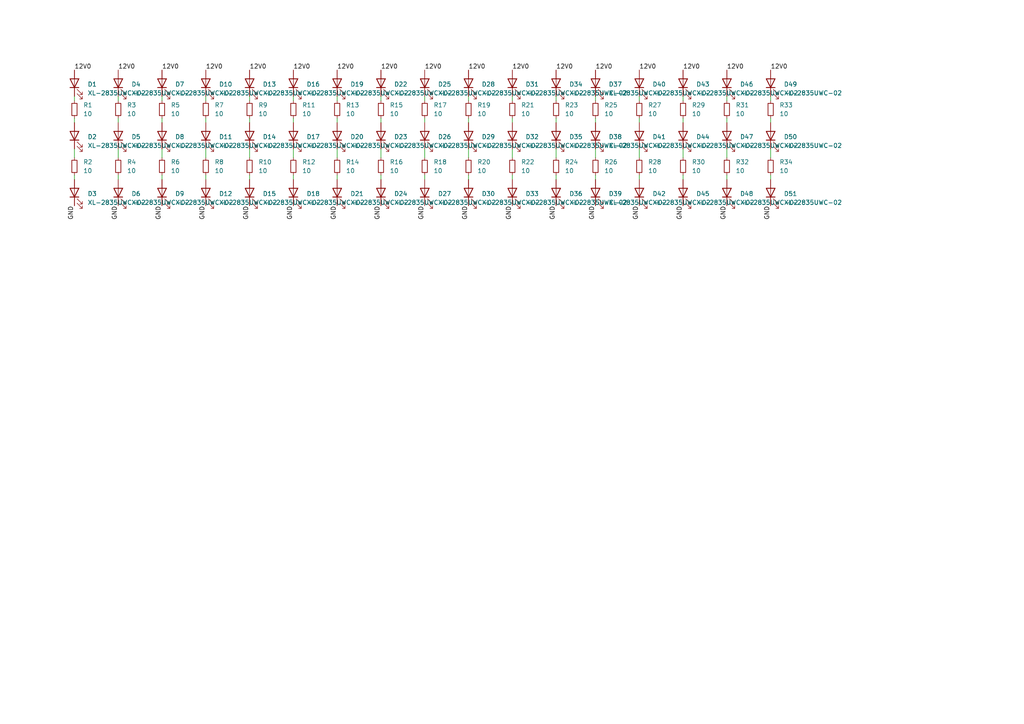
<source format=kicad_sch>
(kicad_sch (version 20211123) (generator eeschema)
  (paper "A4")
  (lib_symbols
    (symbol "Device:LED" (pin_numbers hide) (pin_names (offset 1.016) hide)
      (property "Reference" "D" (at 0 2.54 0))
      (property "Value" "LED" (at 0 -2.54 0))
      (symbol "LED_0_1"
        (polyline (pts (xy -1.27 -1.27) (xy -1.27 1.27)) (stroke (width 0.254)))
        (polyline (pts (xy -1.27 0) (xy 1.27 0)))
        (polyline (pts (xy 1.27 -1.27) (xy 1.27 1.27) (xy -1.27 0) (xy 1.27 -1.27)) (stroke (width 0.254)))
        (polyline (pts (xy -3.048 -0.762) (xy -4.572 -2.286) (xy -3.81 -2.286) (xy -4.572 -2.286) (xy -4.572 -1.524)))
        (polyline (pts (xy -1.778 -0.762) (xy -3.302 -2.286) (xy -2.54 -2.286) (xy -3.302 -2.286) (xy -3.302 -1.524)))
      )
      (symbol "LED_1_1"
        (pin passive line (at -3.81 0 0) (length 2.54) (name "K") (number "1"))
        (pin passive line (at 3.81 0 180) (length 2.54) (name "A") (number "2"))
      )
    )
    (symbol "Device:R_Small" (pin_numbers hide) (pin_names (offset 0.254) hide)
      (property "Reference" "R" (at 0.762 0.508 0))
      (property "Value" "R_Small" (at 0.762 -1.016 0))
      (symbol "R_Small_0_1"
        (rectangle (start -0.762 1.778) (end 0.762 -1.778) (stroke (width 0.2032)))
      )
      (symbol "R_Small_1_1"
        (pin passive line (at 0 2.54 270) (length 0.762) (name "~") (number "1"))
        (pin passive line (at 0 -2.54 90) (length 0.762) (name "~") (number "2"))
      )
    )
  )
  (wire (pts (xy 135.89 52.07) (xy 135.89 50.8)))
  (wire (pts (xy 34.29 27.94) (xy 34.29 29.21)))
  (wire (pts (xy 110.49 27.94) (xy 110.49 29.21)))
  (wire (pts (xy 185.42 35.56) (xy 185.42 34.29)))
  (wire (pts (xy 59.69 27.94) (xy 59.69 29.21)))
  (wire (pts (xy 110.49 43.18) (xy 110.49 45.72)))
  (wire (pts (xy 34.29 43.18) (xy 34.29 45.72)))
  (wire (pts (xy 223.52 27.94) (xy 223.52 29.21)))
  (wire (pts (xy 72.39 35.56) (xy 72.39 34.29)))
  (wire (pts (xy 97.79 43.18) (xy 97.79 45.72)))
  (wire (pts (xy 185.42 27.94) (xy 185.42 29.21)))
  (wire (pts (xy 123.19 35.56) (xy 123.19 34.29)))
  (wire (pts (xy 97.79 52.07) (xy 97.79 50.8)))
  (wire (pts (xy 59.69 52.07) (xy 59.69 50.8)))
  (wire (pts (xy 161.29 43.18) (xy 161.29 45.72)))
  (wire (pts (xy 198.12 52.07) (xy 198.12 50.8)))
  (wire (pts (xy 72.39 27.94) (xy 72.39 29.21)))
  (wire (pts (xy 85.09 35.56) (xy 85.09 34.29)))
  (wire (pts (xy 123.19 27.94) (xy 123.19 29.21)))
  (wire (pts (xy 135.89 43.18) (xy 135.89 45.72)))
  (wire (pts (xy 46.99 27.94) (xy 46.99 29.21)))
  (wire (pts (xy 21.59 43.18) (xy 21.59 45.72)))
  (wire (pts (xy 72.39 43.18) (xy 72.39 45.72)))
  (wire (pts (xy 85.09 52.07) (xy 85.09 50.8)))
  (wire (pts (xy 85.09 27.94) (xy 85.09 29.21)))
  (wire (pts (xy 198.12 43.18) (xy 198.12 45.72)))
  (wire (pts (xy 135.89 27.94) (xy 135.89 29.21)))
  (wire (pts (xy 59.69 35.56) (xy 59.69 34.29)))
  (wire (pts (xy 161.29 27.94) (xy 161.29 29.21)))
  (wire (pts (xy 110.49 35.56) (xy 110.49 34.29)))
  (wire (pts (xy 34.29 35.56) (xy 34.29 34.29)))
  (wire (pts (xy 172.72 35.56) (xy 172.72 34.29)))
  (wire (pts (xy 110.49 52.07) (xy 110.49 50.8)))
  (wire (pts (xy 46.99 52.07) (xy 46.99 50.8)))
  (wire (pts (xy 210.82 27.94) (xy 210.82 29.21)))
  (wire (pts (xy 172.72 43.18) (xy 172.72 45.72)))
  (wire (pts (xy 21.59 52.07) (xy 21.59 50.8)))
  (wire (pts (xy 148.59 35.56) (xy 148.59 34.29)))
  (wire (pts (xy 172.72 52.07) (xy 172.72 50.8)))
  (wire (pts (xy 161.29 35.56) (xy 161.29 34.29)))
  (wire (pts (xy 72.39 52.07) (xy 72.39 50.8)))
  (wire (pts (xy 21.59 27.94) (xy 21.59 29.21)))
  (wire (pts (xy 198.12 27.94) (xy 198.12 29.21)))
  (wire (pts (xy 148.59 27.94) (xy 148.59 29.21)))
  (wire (pts (xy 97.79 35.56) (xy 97.79 34.29)))
  (wire (pts (xy 223.52 43.18) (xy 223.52 45.72)))
  (wire (pts (xy 123.19 52.07) (xy 123.19 50.8)))
  (wire (pts (xy 85.09 43.18) (xy 85.09 45.72)))
  (wire (pts (xy 185.42 52.07) (xy 185.42 50.8)))
  (wire (pts (xy 34.29 52.07) (xy 34.29 50.8)))
  (wire (pts (xy 46.99 43.18) (xy 46.99 45.72)))
  (wire (pts (xy 210.82 43.18) (xy 210.82 45.72)))
  (wire (pts (xy 148.59 52.07) (xy 148.59 50.8)))
  (wire (pts (xy 123.19 43.18) (xy 123.19 45.72)))
  (wire (pts (xy 198.12 35.56) (xy 198.12 34.29)))
  (wire (pts (xy 210.82 35.56) (xy 210.82 34.29)))
  (wire (pts (xy 172.72 27.94) (xy 172.72 29.21)))
  (wire (pts (xy 148.59 43.18) (xy 148.59 45.72)))
  (wire (pts (xy 21.59 35.56) (xy 21.59 34.29)))
  (wire (pts (xy 223.52 52.07) (xy 223.52 50.8)))
  (wire (pts (xy 59.69 43.18) (xy 59.69 45.72)))
  (wire (pts (xy 210.82 52.07) (xy 210.82 50.8)))
  (wire (pts (xy 135.89 35.56) (xy 135.89 34.29)))
  (wire (pts (xy 97.79 27.94) (xy 97.79 29.21)))
  (wire (pts (xy 46.99 35.56) (xy 46.99 34.29)))
  (wire (pts (xy 185.42 43.18) (xy 185.42 45.72)))
  (wire (pts (xy 161.29 52.07) (xy 161.29 50.8)))
  (wire (pts (xy 223.52 35.56) (xy 223.52 34.29)))
  (label "GND" (at 223.52 59.69 270))
  (label "12V0" (at 97.79 20.32 0))
  (label "12V0" (at 223.52 20.32 0))
  (label "12V0" (at 135.89 20.32 0))
  (label "GND" (at 198.12 59.69 270))
  (label "GND" (at 172.72 59.69 270))
  (label "GND" (at 123.19 59.69 270))
  (label "GND" (at 85.09 59.69 270))
  (label "GND" (at 97.79 59.69 270))
  (label "GND" (at 185.42 59.69 270))
  (label "12V0" (at 72.39 20.32 0))
  (label "GND" (at 59.69 59.69 270))
  (label "12V0" (at 123.19 20.32 0))
  (label "GND" (at 110.49 59.69 270))
  (label "GND" (at 210.82 59.69 270))
  (label "GND" (at 21.59 59.69 270))
  (label "12V0" (at 172.72 20.32 0))
  (label "12V0" (at 148.59 20.32 0))
  (label "GND" (at 161.29 59.69 270))
  (label "12V0" (at 185.42 20.32 0))
  (label "12V0" (at 21.59 20.32 0))
  (label "12V0" (at 46.99 20.32 0))
  (label "12V0" (at 59.69 20.32 0))
  (label "12V0" (at 110.49 20.32 0))
  (label "GND" (at 135.89 59.69 270))
  (label "GND" (at 46.99 59.69 270))
  (label "GND" (at 34.29 59.69 270))
  (label "12V0" (at 161.29 20.32 0))
  (label "12V0" (at 85.09 20.32 0))
  (label "GND" (at 148.59 59.69 270))
  (label "12V0" (at 198.12 20.32 0))
  (label "GND" (at 72.39 59.69 270))
  (label "12V0" (at 34.29 20.32 0))
  (label "12V0" (at 210.82 20.32 0))
  (symbol (lib_id "Device:LED") (at 59.69 55.88 90) (unit 1)
    (property "Reference" "D12" (at 63.5 56.1974 90) (effects (justify right)))
    (property "Value" "XL-2835UWC-02" (at 63.5 58.7374 90) (effects (justify right)))
    (property "Footprint" "Library:LED-SMD_L3.5-W2.8-RD_1.25T-2PWT" (effects hide))
    (property "LCSC" "C2843876" (effects hide))
  )
  (symbol (lib_id "Device:R_Small") (at 198.12 31.75 0) (unit 1)
    (property "Reference" "R29" (at 200.66 30.4799 0) (effects (justify left)))
    (property "Value" "10" (at 200.66 33.0199 0) (effects (justify left)))
    (property "Footprint" "Resistor_SMD:R_0603_1608Metric" (effects hide))
    (property "LCSC" "C22859" (effects hide))
  )
  (symbol (lib_id "Device:LED") (at 97.79 24.13 90) (unit 1)
    (property "Reference" "D19" (at 101.6 24.4474 90) (effects (justify right)))
    (property "Value" "XL-2835UWC-02" (at 101.6 26.9874 90) (effects (justify right)))
    (property "Footprint" "Library:LED-SMD_L3.5-W2.8-RD_1.25T-2PWT" (effects hide))
    (property "LCSC" "C2843876" (effects hide))
  )
  (symbol (lib_id "Device:R_Small") (at 59.69 48.26 0) (unit 1)
    (property "Reference" "R8" (at 62.23 46.9899 0) (effects (justify left)))
    (property "Value" "10" (at 62.23 49.5299 0) (effects (justify left)))
    (property "Footprint" "Resistor_SMD:R_0603_1608Metric" (effects hide))
    (property "LCSC" "C22859" (effects hide))
  )
  (symbol (lib_id "Device:LED") (at 223.52 55.88 90) (unit 1)
    (property "Reference" "D51" (at 227.33 56.1974 90) (effects (justify right)))
    (property "Value" "XL-2835UWC-02" (at 227.33 58.7374 90) (effects (justify right)))
    (property "Footprint" "Library:LED-SMD_L3.5-W2.8-RD_1.25T-2PWT" (effects hide))
    (property "LCSC" "C2843876" (effects hide))
  )
  (symbol (lib_id "Device:LED") (at 46.99 55.88 90) (unit 1)
    (property "Reference" "D9" (at 50.8 56.1974 90) (effects (justify right)))
    (property "Value" "XL-2835UWC-02" (at 50.8 58.7374 90) (effects (justify right)))
    (property "Footprint" "Library:LED-SMD_L3.5-W2.8-RD_1.25T-2PWT" (effects hide))
    (property "LCSC" "C2843876" (effects hide))
  )
  (symbol (lib_id "Device:LED") (at 223.52 39.37 90) (unit 1)
    (property "Reference" "D50" (at 227.33 39.6874 90) (effects (justify right)))
    (property "Value" "XL-2835UWC-02" (at 227.33 42.2274 90) (effects (justify right)))
    (property "Footprint" "Library:LED-SMD_L3.5-W2.8-RD_1.25T-2PWT" (effects hide))
    (property "LCSC" "C2843876" (effects hide))
  )
  (symbol (lib_id "Device:R_Small") (at 161.29 48.26 0) (unit 1)
    (property "Reference" "R24" (at 163.83 46.9899 0) (effects (justify left)))
    (property "Value" "10" (at 163.83 49.5299 0) (effects (justify left)))
    (property "Footprint" "Resistor_SMD:R_0603_1608Metric" (effects hide))
    (property "LCSC" "C22859" (effects hide))
  )
  (symbol (lib_id "Device:LED") (at 21.59 39.37 90) (unit 1)
    (property "Reference" "D2" (at 25.4 39.6874 90) (effects (justify right)))
    (property "Value" "XL-2835UWC-02" (at 25.4 42.2274 90) (effects (justify right)))
    (property "Footprint" "Library:LED-SMD_L3.5-W2.8-RD_1.25T-2PWT" (effects hide))
    (property "LCSC" "C2843876" (effects hide))
  )
  (symbol (lib_id "Device:LED") (at 59.69 39.37 90) (unit 1)
    (property "Reference" "D11" (at 63.5 39.6874 90) (effects (justify right)))
    (property "Value" "XL-2835UWC-02" (at 63.5 42.2274 90) (effects (justify right)))
    (property "Footprint" "Library:LED-SMD_L3.5-W2.8-RD_1.25T-2PWT" (effects hide))
    (property "LCSC" "C2843876" (effects hide))
  )
  (symbol (lib_id "Device:LED") (at 85.09 24.13 90) (unit 1)
    (property "Reference" "D16" (at 88.9 24.4474 90) (effects (justify right)))
    (property "Value" "XL-2835UWC-02" (at 88.9 26.9874 90) (effects (justify right)))
    (property "Footprint" "Library:LED-SMD_L3.5-W2.8-RD_1.25T-2PWT" (effects hide))
    (property "LCSC" "C2843876" (effects hide))
  )
  (symbol (lib_id "Device:LED") (at 223.52 24.13 90) (unit 1)
    (property "Reference" "D49" (at 227.33 24.4474 90) (effects (justify right)))
    (property "Value" "XL-2835UWC-02" (at 227.33 26.9874 90) (effects (justify right)))
    (property "Footprint" "Library:LED-SMD_L3.5-W2.8-RD_1.25T-2PWT" (effects hide))
    (property "LCSC" "C2843876" (effects hide))
  )
  (symbol (lib_id "Device:R_Small") (at 46.99 31.75 0) (unit 1)
    (property "Reference" "R5" (at 49.53 30.4799 0) (effects (justify left)))
    (property "Value" "10" (at 49.53 33.0199 0) (effects (justify left)))
    (property "Footprint" "Resistor_SMD:R_0603_1608Metric" (effects hide))
    (property "LCSC" "C22859" (effects hide))
  )
  (symbol (lib_id "Device:R_Small") (at 34.29 48.26 0) (unit 1)
    (property "Reference" "R4" (at 36.83 46.9899 0) (effects (justify left)))
    (property "Value" "10" (at 36.83 49.5299 0) (effects (justify left)))
    (property "Footprint" "Resistor_SMD:R_0603_1608Metric" (effects hide))
    (property "LCSC" "C22859" (effects hide))
  )
  (symbol (lib_id "Device:R_Small") (at 148.59 48.26 0) (unit 1)
    (property "Reference" "R22" (at 151.13 46.9899 0) (effects (justify left)))
    (property "Value" "10" (at 151.13 49.5299 0) (effects (justify left)))
    (property "Footprint" "Resistor_SMD:R_0603_1608Metric" (effects hide))
    (property "LCSC" "C22859" (effects hide))
  )
  (symbol (lib_id "Device:LED") (at 135.89 55.88 90) (unit 1)
    (property "Reference" "D30" (at 139.7 56.1974 90) (effects (justify right)))
    (property "Value" "XL-2835UWC-02" (at 139.7 58.7374 90) (effects (justify right)))
    (property "Footprint" "Library:LED-SMD_L3.5-W2.8-RD_1.25T-2PWT" (effects hide))
    (property "LCSC" "C2843876" (effects hide))
  )
  (symbol (lib_id "Device:R_Small") (at 97.79 31.75 0) (unit 1)
    (property "Reference" "R13" (at 100.33 30.4799 0) (effects (justify left)))
    (property "Value" "10" (at 100.33 33.0199 0) (effects (justify left)))
    (property "Footprint" "Resistor_SMD:R_0603_1608Metric" (effects hide))
    (property "LCSC" "C22859" (effects hide))
  )
  (symbol (lib_id "Device:LED") (at 85.09 39.37 90) (unit 1)
    (property "Reference" "D17" (at 88.9 39.6874 90) (effects (justify right)))
    (property "Value" "XL-2835UWC-02" (at 88.9 42.2274 90) (effects (justify right)))
    (property "Footprint" "Library:LED-SMD_L3.5-W2.8-RD_1.25T-2PWT" (effects hide))
    (property "LCSC" "C2843876" (effects hide))
  )
  (symbol (lib_id "Device:LED") (at 110.49 24.13 90) (unit 1)
    (property "Reference" "D22" (at 114.3 24.4474 90) (effects (justify right)))
    (property "Value" "XL-2835UWC-02" (at 114.3 26.9874 90) (effects (justify right)))
    (property "Footprint" "Library:LED-SMD_L3.5-W2.8-RD_1.25T-2PWT" (effects hide))
    (property "LCSC" "C2843876" (effects hide))
  )
  (symbol (lib_id "Device:LED") (at 172.72 24.13 90) (unit 1)
    (property "Reference" "D37" (at 176.53 24.4474 90) (effects (justify right)))
    (property "Value" "XL-2835UWC-02" (at 176.53 26.9874 90) (effects (justify right)))
    (property "Footprint" "Library:LED-SMD_L3.5-W2.8-RD_1.25T-2PWT" (effects hide))
    (property "LCSC" "C2843876" (effects hide))
  )
  (symbol (lib_id "Device:R_Small") (at 110.49 48.26 0) (unit 1)
    (property "Reference" "R16" (at 113.03 46.9899 0) (effects (justify left)))
    (property "Value" "10" (at 113.03 49.5299 0) (effects (justify left)))
    (property "Footprint" "Resistor_SMD:R_0603_1608Metric" (effects hide))
    (property "LCSC" "C22859" (effects hide))
  )
  (symbol (lib_id "Device:R_Small") (at 85.09 31.75 0) (unit 1)
    (property "Reference" "R11" (at 87.63 30.4799 0) (effects (justify left)))
    (property "Value" "10" (at 87.63 33.0199 0) (effects (justify left)))
    (property "Footprint" "Resistor_SMD:R_0603_1608Metric" (effects hide))
    (property "LCSC" "C22859" (effects hide))
  )
  (symbol (lib_id "Device:R_Small") (at 223.52 48.26 0) (unit 1)
    (property "Reference" "R34" (at 226.06 46.9899 0) (effects (justify left)))
    (property "Value" "10" (at 226.06 49.5299 0) (effects (justify left)))
    (property "Footprint" "Resistor_SMD:R_0603_1608Metric" (effects hide))
    (property "LCSC" "C22859" (effects hide))
  )
  (symbol (lib_id "Device:R_Small") (at 161.29 31.75 0) (unit 1)
    (property "Reference" "R23" (at 163.83 30.4799 0) (effects (justify left)))
    (property "Value" "10" (at 163.83 33.0199 0) (effects (justify left)))
    (property "Footprint" "Resistor_SMD:R_0603_1608Metric" (effects hide))
    (property "LCSC" "C22859" (effects hide))
  )
  (symbol (lib_id "Device:R_Small") (at 123.19 48.26 0) (unit 1)
    (property "Reference" "R18" (at 125.73 46.9899 0) (effects (justify left)))
    (property "Value" "10" (at 125.73 49.5299 0) (effects (justify left)))
    (property "Footprint" "Resistor_SMD:R_0603_1608Metric" (effects hide))
    (property "LCSC" "C22859" (effects hide))
  )
  (symbol (lib_id "Device:LED") (at 21.59 24.13 90) (unit 1)
    (property "Reference" "D1" (at 25.4 24.4474 90) (effects (justify right)))
    (property "Value" "XL-2835UWC-02" (at 25.4 26.9874 90) (effects (justify right)))
    (property "Footprint" "Library:LED-SMD_L3.5-W2.8-RD_1.25T-2PWT" (effects hide))
    (property "LCSC" "C2843876" (effects hide))
  )
  (symbol (lib_id "Device:LED") (at 46.99 24.13 90) (unit 1)
    (property "Reference" "D7" (at 50.8 24.4474 90) (effects (justify right)))
    (property "Value" "XL-2835UWC-02" (at 50.8 26.9874 90) (effects (justify right)))
    (property "Footprint" "Library:LED-SMD_L3.5-W2.8-RD_1.25T-2PWT" (effects hide))
    (property "LCSC" "C2843876" (effects hide))
  )
  (symbol (lib_id "Device:R_Small") (at 21.59 31.75 0) (unit 1)
    (property "Reference" "R1" (at 24.13 30.4799 0) (effects (justify left)))
    (property "Value" "10" (at 24.13 33.0199 0) (effects (justify left)))
    (property "Footprint" "Resistor_SMD:R_0603_1608Metric" (effects hide))
    (property "LCSC" "C22859" (effects hide))
  )
  (symbol (lib_id "Device:R_Small") (at 198.12 48.26 0) (unit 1)
    (property "Reference" "R30" (at 200.66 46.9899 0) (effects (justify left)))
    (property "Value" "10" (at 200.66 49.5299 0) (effects (justify left)))
    (property "Footprint" "Resistor_SMD:R_0603_1608Metric" (effects hide))
    (property "LCSC" "C22859" (effects hide))
  )
  (symbol (lib_id "Device:R_Small") (at 34.29 31.75 0) (unit 1)
    (property "Reference" "R3" (at 36.83 30.4799 0) (effects (justify left)))
    (property "Value" "10" (at 36.83 33.0199 0) (effects (justify left)))
    (property "Footprint" "Resistor_SMD:R_0603_1608Metric" (effects hide))
    (property "LCSC" "C22859" (effects hide))
  )
  (symbol (lib_id "Device:R_Small") (at 210.82 48.26 0) (unit 1)
    (property "Reference" "R32" (at 213.36 46.9899 0) (effects (justify left)))
    (property "Value" "10" (at 213.36 49.5299 0) (effects (justify left)))
    (property "Footprint" "Resistor_SMD:R_0603_1608Metric" (effects hide))
    (property "LCSC" "C22859" (effects hide))
  )
  (symbol (lib_id "Device:LED") (at 21.59 55.88 90) (unit 1)
    (property "Reference" "D3" (at 25.4 56.1974 90) (effects (justify right)))
    (property "Value" "XL-2835UWC-02" (at 25.4 58.7374 90) (effects (justify right)))
    (property "Footprint" "Library:LED-SMD_L3.5-W2.8-RD_1.25T-2PWT" (effects hide))
    (property "LCSC" "C2843876" (effects hide))
  )
  (symbol (lib_id "Device:LED") (at 72.39 39.37 90) (unit 1)
    (property "Reference" "D14" (at 76.2 39.6874 90) (effects (justify right)))
    (property "Value" "XL-2835UWC-02" (at 76.2 42.2274 90) (effects (justify right)))
    (property "Footprint" "Library:LED-SMD_L3.5-W2.8-RD_1.25T-2PWT" (effects hide))
    (property "LCSC" "C2843876" (effects hide))
  )
  (symbol (lib_id "Device:LED") (at 148.59 39.37 90) (unit 1)
    (property "Reference" "D32" (at 152.4 39.6874 90) (effects (justify right)))
    (property "Value" "XL-2835UWC-02" (at 152.4 42.2274 90) (effects (justify right)))
    (property "Footprint" "Library:LED-SMD_L3.5-W2.8-RD_1.25T-2PWT" (effects hide))
    (property "LCSC" "C2843876" (effects hide))
  )
  (symbol (lib_id "Device:R_Small") (at 210.82 31.75 0) (unit 1)
    (property "Reference" "R31" (at 213.36 30.4799 0) (effects (justify left)))
    (property "Value" "10" (at 213.36 33.0199 0) (effects (justify left)))
    (property "Footprint" "Resistor_SMD:R_0603_1608Metric" (effects hide))
    (property "LCSC" "C22859" (effects hide))
  )
  (symbol (lib_id "Device:LED") (at 34.29 55.88 90) (unit 1)
    (property "Reference" "D6" (at 38.1 56.1974 90) (effects (justify right)))
    (property "Value" "XL-2835UWC-02" (at 38.1 58.7374 90) (effects (justify right)))
    (property "Footprint" "Library:LED-SMD_L3.5-W2.8-RD_1.25T-2PWT" (effects hide))
    (property "LCSC" "C2843876" (effects hide))
  )
  (symbol (lib_id "Device:LED") (at 85.09 55.88 90) (unit 1)
    (property "Reference" "D18" (at 88.9 56.1974 90) (effects (justify right)))
    (property "Value" "XL-2835UWC-02" (at 88.9 58.7374 90) (effects (justify right)))
    (property "Footprint" "Library:LED-SMD_L3.5-W2.8-RD_1.25T-2PWT" (effects hide))
    (property "LCSC" "C2843876" (effects hide))
  )
  (symbol (lib_id "Device:LED") (at 210.82 24.13 90) (unit 1)
    (property "Reference" "D46" (at 214.63 24.4474 90) (effects (justify right)))
    (property "Value" "XL-2835UWC-02" (at 214.63 26.9874 90) (effects (justify right)))
    (property "Footprint" "Library:LED-SMD_L3.5-W2.8-RD_1.25T-2PWT" (effects hide))
    (property "LCSC" "C2843876" (effects hide))
  )
  (symbol (lib_id "Device:R_Small") (at 46.99 48.26 0) (unit 1)
    (property "Reference" "R6" (at 49.53 46.9899 0) (effects (justify left)))
    (property "Value" "10" (at 49.53 49.5299 0) (effects (justify left)))
    (property "Footprint" "Resistor_SMD:R_0603_1608Metric" (effects hide))
    (property "LCSC" "C22859" (effects hide))
  )
  (symbol (lib_id "Device:LED") (at 34.29 24.13 90) (unit 1)
    (property "Reference" "D4" (at 38.1 24.4474 90) (effects (justify right)))
    (property "Value" "XL-2835UWC-02" (at 38.1 26.9874 90) (effects (justify right)))
    (property "Footprint" "Library:LED-SMD_L3.5-W2.8-RD_1.25T-2PWT" (effects hide))
    (property "LCSC" "C2843876" (effects hide))
  )
  (symbol (lib_id "Device:LED") (at 135.89 24.13 90) (unit 1)
    (property "Reference" "D28" (at 139.7 24.4474 90) (effects (justify right)))
    (property "Value" "XL-2835UWC-02" (at 139.7 26.9874 90) (effects (justify right)))
    (property "Footprint" "Library:LED-SMD_L3.5-W2.8-RD_1.25T-2PWT" (effects hide))
    (property "LCSC" "C2843876" (effects hide))
  )
  (symbol (lib_id "Device:LED") (at 210.82 39.37 90) (unit 1)
    (property "Reference" "D47" (at 214.63 39.6874 90) (effects (justify right)))
    (property "Value" "XL-2835UWC-02" (at 214.63 42.2274 90) (effects (justify right)))
    (property "Footprint" "Library:LED-SMD_L3.5-W2.8-RD_1.25T-2PWT" (effects hide))
    (property "LCSC" "C2843876" (effects hide))
  )
  (symbol (lib_id "Device:R_Small") (at 223.52 31.75 0) (unit 1)
    (property "Reference" "R33" (at 226.06 30.4799 0) (effects (justify left)))
    (property "Value" "10" (at 226.06 33.0199 0) (effects (justify left)))
    (property "Footprint" "Resistor_SMD:R_0603_1608Metric" (effects hide))
    (property "LCSC" "C22859" (effects hide))
  )
  (symbol (lib_id "Device:R_Small") (at 135.89 31.75 0) (unit 1)
    (property "Reference" "R19" (at 138.43 30.4799 0) (effects (justify left)))
    (property "Value" "10" (at 138.43 33.0199 0) (effects (justify left)))
    (property "Footprint" "Resistor_SMD:R_0603_1608Metric" (effects hide))
    (property "LCSC" "C22859" (effects hide))
  )
  (symbol (lib_id "Device:LED") (at 123.19 24.13 90) (unit 1)
    (property "Reference" "D25" (at 127 24.4474 90) (effects (justify right)))
    (property "Value" "XL-2835UWC-02" (at 127 26.9874 90) (effects (justify right)))
    (property "Footprint" "Library:LED-SMD_L3.5-W2.8-RD_1.25T-2PWT" (effects hide))
    (property "LCSC" "C2843876" (effects hide))
  )
  (symbol (lib_id "Device:R_Small") (at 123.19 31.75 0) (unit 1)
    (property "Reference" "R17" (at 125.73 30.4799 0) (effects (justify left)))
    (property "Value" "10" (at 125.73 33.0199 0) (effects (justify left)))
    (property "Footprint" "Resistor_SMD:R_0603_1608Metric" (effects hide))
    (property "LCSC" "C22859" (effects hide))
  )
  (symbol (lib_id "Device:LED") (at 172.72 39.37 90) (unit 1)
    (property "Reference" "D38" (at 176.53 39.6874 90) (effects (justify right)))
    (property "Value" "XL-2835UWC-02" (at 176.53 42.2274 90) (effects (justify right)))
    (property "Footprint" "Library:LED-SMD_L3.5-W2.8-RD_1.25T-2PWT" (effects hide))
    (property "LCSC" "C2843876" (effects hide))
  )
  (symbol (lib_id "Device:R_Small") (at 97.79 48.26 0) (unit 1)
    (property "Reference" "R14" (at 100.33 46.9899 0) (effects (justify left)))
    (property "Value" "10" (at 100.33 49.5299 0) (effects (justify left)))
    (property "Footprint" "Resistor_SMD:R_0603_1608Metric" (effects hide))
    (property "LCSC" "C22859" (effects hide))
  )
  (symbol (lib_id "Device:LED") (at 185.42 55.88 90) (unit 1)
    (property "Reference" "D42" (at 189.23 56.1974 90) (effects (justify right)))
    (property "Value" "XL-2835UWC-02" (at 189.23 58.7374 90) (effects (justify right)))
    (property "Footprint" "Library:LED-SMD_L3.5-W2.8-RD_1.25T-2PWT" (effects hide))
    (property "LCSC" "C2843876" (effects hide))
  )
  (symbol (lib_id "Device:LED") (at 34.29 39.37 90) (unit 1)
    (property "Reference" "D5" (at 38.1 39.6874 90) (effects (justify right)))
    (property "Value" "XL-2835UWC-02" (at 38.1 42.2274 90) (effects (justify right)))
    (property "Footprint" "Library:LED-SMD_L3.5-W2.8-RD_1.25T-2PWT" (effects hide))
    (property "LCSC" "C2843876" (effects hide))
  )
  (symbol (lib_id "Device:LED") (at 46.99 39.37 90) (unit 1)
    (property "Reference" "D8" (at 50.8 39.6874 90) (effects (justify right)))
    (property "Value" "XL-2835UWC-02" (at 50.8 42.2274 90) (effects (justify right)))
    (property "Footprint" "Library:LED-SMD_L3.5-W2.8-RD_1.25T-2PWT" (effects hide))
    (property "LCSC" "C2843876" (effects hide))
  )
  (symbol (lib_id "Device:LED") (at 185.42 39.37 90) (unit 1)
    (property "Reference" "D41" (at 189.23 39.6874 90) (effects (justify right)))
    (property "Value" "XL-2835UWC-02" (at 189.23 42.2274 90) (effects (justify right)))
    (property "Footprint" "Library:LED-SMD_L3.5-W2.8-RD_1.25T-2PWT" (effects hide))
    (property "LCSC" "C2843876" (effects hide))
  )
  (symbol (lib_id "Device:LED") (at 110.49 55.88 90) (unit 1)
    (property "Reference" "D24" (at 114.3 56.1974 90) (effects (justify right)))
    (property "Value" "XL-2835UWC-02" (at 114.3 58.7374 90) (effects (justify right)))
    (property "Footprint" "Library:LED-SMD_L3.5-W2.8-RD_1.25T-2PWT" (effects hide))
    (property "LCSC" "C2843876" (effects hide))
  )
  (symbol (lib_id "Device:LED") (at 72.39 55.88 90) (unit 1)
    (property "Reference" "D15" (at 76.2 56.1974 90) (effects (justify right)))
    (property "Value" "XL-2835UWC-02" (at 76.2 58.7374 90) (effects (justify right)))
    (property "Footprint" "Library:LED-SMD_L3.5-W2.8-RD_1.25T-2PWT" (effects hide))
    (property "LCSC" "C2843876" (effects hide))
  )
  (symbol (lib_id "Device:R_Small") (at 185.42 48.26 0) (unit 1)
    (property "Reference" "R28" (at 187.96 46.9899 0) (effects (justify left)))
    (property "Value" "10" (at 187.96 49.5299 0) (effects (justify left)))
    (property "Footprint" "Resistor_SMD:R_0603_1608Metric" (effects hide))
    (property "LCSC" "C22859" (effects hide))
  )
  (symbol (lib_id "Device:R_Small") (at 172.72 31.75 0) (unit 1)
    (property "Reference" "R25" (at 175.26 30.4799 0) (effects (justify left)))
    (property "Value" "10" (at 175.26 33.0199 0) (effects (justify left)))
    (property "Footprint" "Resistor_SMD:R_0603_1608Metric" (effects hide))
    (property "LCSC" "C22859" (effects hide))
  )
  (symbol (lib_id "Device:R_Small") (at 172.72 48.26 0) (unit 1)
    (property "Reference" "R26" (at 175.26 46.9899 0) (effects (justify left)))
    (property "Value" "10" (at 175.26 49.5299 0) (effects (justify left)))
    (property "Footprint" "Resistor_SMD:R_0603_1608Metric" (effects hide))
    (property "LCSC" "C22859" (effects hide))
  )
  (symbol (lib_id "Device:LED") (at 123.19 55.88 90) (unit 1)
    (property "Reference" "D27" (at 127 56.1974 90) (effects (justify right)))
    (property "Value" "XL-2835UWC-02" (at 127 58.7374 90) (effects (justify right)))
    (property "Footprint" "Library:LED-SMD_L3.5-W2.8-RD_1.25T-2PWT" (effects hide))
    (property "LCSC" "C2843876" (effects hide))
  )
  (symbol (lib_id "Device:LED") (at 210.82 55.88 90) (unit 1)
    (property "Reference" "D48" (at 214.63 56.1974 90) (effects (justify right)))
    (property "Value" "XL-2835UWC-02" (at 214.63 58.7374 90) (effects (justify right)))
    (property "Footprint" "Library:LED-SMD_L3.5-W2.8-RD_1.25T-2PWT" (effects hide))
    (property "LCSC" "C2843876" (effects hide))
  )
  (symbol (lib_id "Device:LED") (at 198.12 55.88 90) (unit 1)
    (property "Reference" "D45" (at 201.93 56.1974 90) (effects (justify right)))
    (property "Value" "XL-2835UWC-02" (at 201.93 58.7374 90) (effects (justify right)))
    (property "Footprint" "Library:LED-SMD_L3.5-W2.8-RD_1.25T-2PWT" (effects hide))
    (property "LCSC" "C2843876" (effects hide))
  )
  (symbol (lib_id "Device:LED") (at 161.29 55.88 90) (unit 1)
    (property "Reference" "D36" (at 165.1 56.1974 90) (effects (justify right)))
    (property "Value" "XL-2835UWC-02" (at 165.1 58.7374 90) (effects (justify right)))
    (property "Footprint" "Library:LED-SMD_L3.5-W2.8-RD_1.25T-2PWT" (effects hide))
    (property "LCSC" "C2843876" (effects hide))
  )
  (symbol (lib_id "Device:LED") (at 135.89 39.37 90) (unit 1)
    (property "Reference" "D29" (at 139.7 39.6874 90) (effects (justify right)))
    (property "Value" "XL-2835UWC-02" (at 139.7 42.2274 90) (effects (justify right)))
    (property "Footprint" "Library:LED-SMD_L3.5-W2.8-RD_1.25T-2PWT" (effects hide))
    (property "LCSC" "C2843876" (effects hide))
  )
  (symbol (lib_id "Device:R_Small") (at 85.09 48.26 0) (unit 1)
    (property "Reference" "R12" (at 87.63 46.9899 0) (effects (justify left)))
    (property "Value" "10" (at 87.63 49.5299 0) (effects (justify left)))
    (property "Footprint" "Resistor_SMD:R_0603_1608Metric" (effects hide))
    (property "LCSC" "C22859" (effects hide))
  )
  (symbol (lib_id "Device:LED") (at 97.79 39.37 90) (unit 1)
    (property "Reference" "D20" (at 101.6 39.6874 90) (effects (justify right)))
    (property "Value" "XL-2835UWC-02" (at 101.6 42.2274 90) (effects (justify right)))
    (property "Footprint" "Library:LED-SMD_L3.5-W2.8-RD_1.25T-2PWT" (effects hide))
    (property "LCSC" "C2843876" (effects hide))
  )
  (symbol (lib_id "Device:LED") (at 59.69 24.13 90) (unit 1)
    (property "Reference" "D10" (at 63.5 24.4474 90) (effects (justify right)))
    (property "Value" "XL-2835UWC-02" (at 63.5 26.9874 90) (effects (justify right)))
    (property "Footprint" "Library:LED-SMD_L3.5-W2.8-RD_1.25T-2PWT" (effects hide))
    (property "LCSC" "C2843876" (effects hide))
  )
  (symbol (lib_id "Device:LED") (at 185.42 24.13 90) (unit 1)
    (property "Reference" "D40" (at 189.23 24.4474 90) (effects (justify right)))
    (property "Value" "XL-2835UWC-02" (at 189.23 26.9874 90) (effects (justify right)))
    (property "Footprint" "Library:LED-SMD_L3.5-W2.8-RD_1.25T-2PWT" (effects hide))
    (property "LCSC" "C2843876" (effects hide))
  )
  (symbol (lib_id "Device:LED") (at 148.59 55.88 90) (unit 1)
    (property "Reference" "D33" (at 152.4 56.1974 90) (effects (justify right)))
    (property "Value" "XL-2835UWC-02" (at 152.4 58.7374 90) (effects (justify right)))
    (property "Footprint" "Library:LED-SMD_L3.5-W2.8-RD_1.25T-2PWT" (effects hide))
    (property "LCSC" "C2843876" (effects hide))
  )
  (symbol (lib_id "Device:LED") (at 123.19 39.37 90) (unit 1)
    (property "Reference" "D26" (at 127 39.6874 90) (effects (justify right)))
    (property "Value" "XL-2835UWC-02" (at 127 42.2274 90) (effects (justify right)))
    (property "Footprint" "Library:LED-SMD_L3.5-W2.8-RD_1.25T-2PWT" (effects hide))
    (property "LCSC" "C2843876" (effects hide))
  )
  (symbol (lib_id "Device:R_Small") (at 148.59 31.75 0) (unit 1)
    (property "Reference" "R21" (at 151.13 30.4799 0) (effects (justify left)))
    (property "Value" "10" (at 151.13 33.0199 0) (effects (justify left)))
    (property "Footprint" "Resistor_SMD:R_0603_1608Metric" (effects hide))
    (property "LCSC" "C22859" (effects hide))
  )
  (symbol (lib_id "Device:R_Small") (at 72.39 48.26 0) (unit 1)
    (property "Reference" "R10" (at 74.93 46.9899 0) (effects (justify left)))
    (property "Value" "10" (at 74.93 49.5299 0) (effects (justify left)))
    (property "Footprint" "Resistor_SMD:R_0603_1608Metric" (effects hide))
    (property "LCSC" "C22859" (effects hide))
  )
  (symbol (lib_id "Device:R_Small") (at 21.59 48.26 0) (unit 1)
    (property "Reference" "R2" (at 24.13 46.9899 0) (effects (justify left)))
    (property "Value" "10" (at 24.13 49.5299 0) (effects (justify left)))
    (property "Footprint" "Resistor_SMD:R_0603_1608Metric" (effects hide))
    (property "LCSC" "C22859" (effects hide))
  )
  (symbol (lib_id "Device:R_Small") (at 72.39 31.75 0) (unit 1)
    (property "Reference" "R9" (at 74.93 30.4799 0) (effects (justify left)))
    (property "Value" "10" (at 74.93 33.0199 0) (effects (justify left)))
    (property "Footprint" "Resistor_SMD:R_0603_1608Metric" (effects hide))
    (property "LCSC" "C22859" (effects hide))
  )
  (symbol (lib_id "Device:LED") (at 161.29 24.13 90) (unit 1)
    (property "Reference" "D34" (at 165.1 24.4474 90) (effects (justify right)))
    (property "Value" "XL-2835UWC-02" (at 165.1 26.9874 90) (effects (justify right)))
    (property "Footprint" "Library:LED-SMD_L3.5-W2.8-RD_1.25T-2PWT" (effects hide))
    (property "LCSC" "C2843876" (effects hide))
  )
  (symbol (lib_id "Device:R_Small") (at 110.49 31.75 0) (unit 1)
    (property "Reference" "R15" (at 113.03 30.4799 0) (effects (justify left)))
    (property "Value" "10" (at 113.03 33.0199 0) (effects (justify left)))
    (property "Footprint" "Resistor_SMD:R_0603_1608Metric" (effects hide))
    (property "LCSC" "C22859" (effects hide))
  )
  (symbol (lib_id "Device:LED") (at 97.79 55.88 90) (unit 1)
    (property "Reference" "D21" (at 101.6 56.1974 90) (effects (justify right)))
    (property "Value" "XL-2835UWC-02" (at 101.6 58.7374 90) (effects (justify right)))
    (property "Footprint" "Library:LED-SMD_L3.5-W2.8-RD_1.25T-2PWT" (effects hide))
    (property "LCSC" "C2843876" (effects hide))
  )
  (symbol (lib_id "Device:LED") (at 161.29 39.37 90) (unit 1)
    (property "Reference" "D35" (at 165.1 39.6874 90) (effects (justify right)))
    (property "Value" "XL-2835UWC-02" (at 165.1 42.2274 90) (effects (justify right)))
    (property "Footprint" "Library:LED-SMD_L3.5-W2.8-RD_1.25T-2PWT" (effects hide))
    (property "LCSC" "C2843876" (effects hide))
  )
  (symbol (lib_id "Device:LED") (at 72.39 24.13 90) (unit 1)
    (property "Reference" "D13" (at 76.2 24.4474 90) (effects (justify right)))
    (property "Value" "XL-2835UWC-02" (at 76.2 26.9874 90) (effects (justify right)))
    (property "Footprint" "Library:LED-SMD_L3.5-W2.8-RD_1.25T-2PWT" (effects hide))
    (property "LCSC" "C2843876" (effects hide))
  )
  (symbol (lib_id "Device:R_Small") (at 135.89 48.26 0) (unit 1)
    (property "Reference" "R20" (at 138.43 46.9899 0) (effects (justify left)))
    (property "Value" "10" (at 138.43 49.5299 0) (effects (justify left)))
    (property "Footprint" "Resistor_SMD:R_0603_1608Metric" (effects hide))
    (property "LCSC" "C22859" (effects hide))
  )
  (symbol (lib_id "Device:R_Small") (at 185.42 31.75 0) (unit 1)
    (property "Reference" "R27" (at 187.96 30.4799 0) (effects (justify left)))
    (property "Value" "10" (at 187.96 33.0199 0) (effects (justify left)))
    (property "Footprint" "Resistor_SMD:R_0603_1608Metric" (effects hide))
    (property "LCSC" "C22859" (effects hide))
  )
  (symbol (lib_id "Device:R_Small") (at 59.69 31.75 0) (unit 1)
    (property "Reference" "R7" (at 62.23 30.4799 0) (effects (justify left)))
    (property "Value" "10" (at 62.23 33.0199 0) (effects (justify left)))
    (property "Footprint" "Resistor_SMD:R_0603_1608Metric" (effects hide))
    (property "LCSC" "C22859" (effects hide))
  )
  (symbol (lib_id "Device:LED") (at 148.59 24.13 90) (unit 1)
    (property "Reference" "D31" (at 152.4 24.4474 90) (effects (justify right)))
    (property "Value" "XL-2835UWC-02" (at 152.4 26.9874 90) (effects (justify right)))
    (property "Footprint" "Library:LED-SMD_L3.5-W2.8-RD_1.25T-2PWT" (effects hide))
    (property "LCSC" "C2843876" (effects hide))
  )
  (symbol (lib_id "Device:LED") (at 172.72 55.88 90) (unit 1)
    (property "Reference" "D39" (at 176.53 56.1974 90) (effects (justify right)))
    (property "Value" "XL-2835UWC-02" (at 176.53 58.7374 90) (effects (justify right)))
    (property "Footprint" "Library:LED-SMD_L3.5-W2.8-RD_1.25T-2PWT" (effects hide))
    (property "LCSC" "C2843876" (effects hide))
  )
  (symbol (lib_id "Device:LED") (at 198.12 24.13 90) (unit 1)
    (property "Reference" "D43" (at 201.93 24.4474 90) (effects (justify right)))
    (property "Value" "XL-2835UWC-02" (at 201.93 26.9874 90) (effects (justify right)))
    (property "Footprint" "Library:LED-SMD_L3.5-W2.8-RD_1.25T-2PWT" (effects hide))
    (property "LCSC" "C2843876" (effects hide))
  )
  (symbol (lib_id "Device:LED") (at 198.12 39.37 90) (unit 1)
    (property "Reference" "D44" (at 201.93 39.6874 90) (effects (justify right)))
    (property "Value" "XL-2835UWC-02" (at 201.93 42.2274 90) (effects (justify right)))
    (property "Footprint" "Library:LED-SMD_L3.5-W2.8-RD_1.25T-2PWT" (effects hide))
    (property "LCSC" "C2843876" (effects hide))
  )
  (symbol (lib_id "Device:LED") (at 110.49 39.37 90) (unit 1)
    (property "Reference" "D23" (at 114.3 39.6874 90) (effects (justify right)))
    (property "Value" "XL-2835UWC-02" (at 114.3 42.2274 90) (effects (justify right)))
    (property "Footprint" "Library:LED-SMD_L3.5-W2.8-RD_1.25T-2PWT" (effects hide))
    (property "LCSC" "C2843876" (effects hide))
  )
)
</source>
